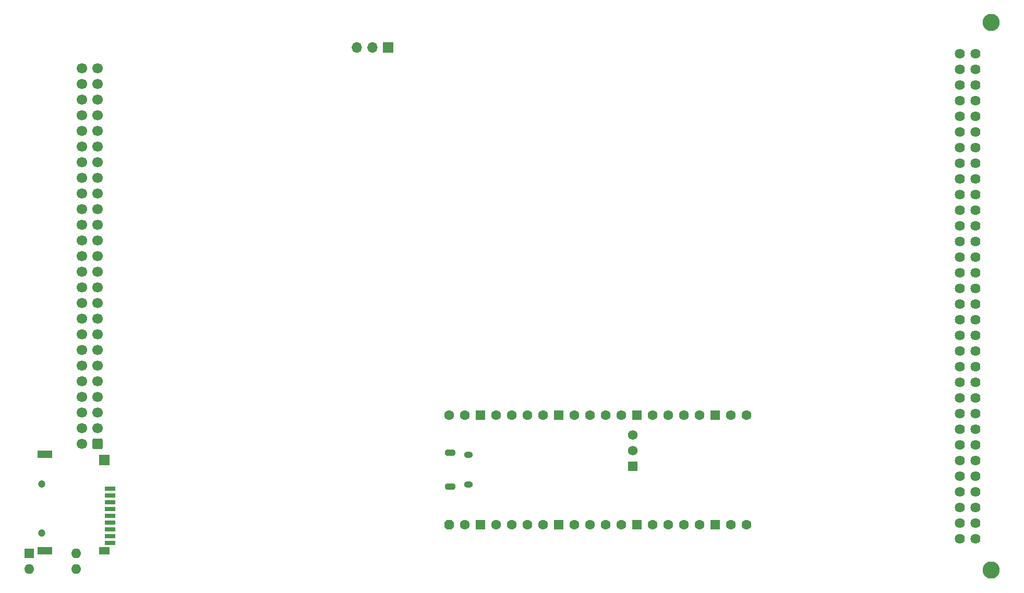
<source format=gbr>
%TF.GenerationSoftware,KiCad,Pcbnew,8.0.7*%
%TF.CreationDate,2024-12-24T20:08:54+01:00*%
%TF.ProjectId,Desktop_50_Pin_TopConn,4465736b-746f-4705-9f35-305f50696e5f,1.01*%
%TF.SameCoordinates,Original*%
%TF.FileFunction,Soldermask,Bot*%
%TF.FilePolarity,Negative*%
%FSLAX46Y46*%
G04 Gerber Fmt 4.6, Leading zero omitted, Abs format (unit mm)*
G04 Created by KiCad (PCBNEW 8.0.7) date 2024-12-24 20:08:54*
%MOMM*%
%LPD*%
G01*
G04 APERTURE LIST*
G04 Aperture macros list*
%AMRoundRect*
0 Rectangle with rounded corners*
0 $1 Rounding radius*
0 $2 $3 $4 $5 $6 $7 $8 $9 X,Y pos of 4 corners*
0 Add a 4 corners polygon primitive as box body*
4,1,4,$2,$3,$4,$5,$6,$7,$8,$9,$2,$3,0*
0 Add four circle primitives for the rounded corners*
1,1,$1+$1,$2,$3*
1,1,$1+$1,$4,$5*
1,1,$1+$1,$6,$7*
1,1,$1+$1,$8,$9*
0 Add four rect primitives between the rounded corners*
20,1,$1+$1,$2,$3,$4,$5,0*
20,1,$1+$1,$4,$5,$6,$7,0*
20,1,$1+$1,$6,$7,$8,$9,0*
20,1,$1+$1,$8,$9,$2,$3,0*%
%AMFreePoly0*
4,1,26,0.335306,0.780194,0.389950,0.741421,0.741421,0.389950,0.788777,0.314585,0.800000,0.248529,0.800000,-0.248529,0.780194,-0.335306,0.741421,-0.389950,0.389950,-0.741421,0.314585,-0.788777,0.248529,-0.800000,0.000000,-0.800000,-0.248529,-0.800000,-0.335306,-0.780194,-0.389950,-0.741421,-0.741421,-0.389950,-0.788777,-0.314585,-0.800000,-0.248529,-0.800000,0.248529,-0.780194,0.335306,
-0.741421,0.389950,-0.389950,0.741421,-0.314585,0.788777,-0.248529,0.800000,0.248529,0.800000,0.335306,0.780194,0.335306,0.780194,$1*%
G04 Aperture macros list end*
%ADD10RoundRect,0.250000X0.600000X0.600000X-0.600000X0.600000X-0.600000X-0.600000X0.600000X-0.600000X0*%
%ADD11C,1.700000*%
%ADD12C,2.794000*%
%ADD13C,1.625600*%
%ADD14R,1.600000X1.600000*%
%ADD15O,1.600000X1.600000*%
%ADD16R,1.700000X1.700000*%
%ADD17O,1.700000X1.700000*%
%ADD18O,1.800000X1.100000*%
%ADD19O,1.450000X1.050000*%
%ADD20FreePoly0,90.000000*%
%ADD21C,1.600000*%
%ADD22RoundRect,0.200000X0.600000X-0.600000X0.600000X0.600000X-0.600000X0.600000X-0.600000X-0.600000X0*%
%ADD23R,1.574800X1.574800*%
%ADD24C,1.574800*%
%ADD25C,1.200000*%
%ADD26R,1.700000X0.700000*%
%ADD27R,2.400000X1.300000*%
%ADD28R,1.700000X1.300000*%
%ADD29R,1.700000X1.800000*%
G04 APERTURE END LIST*
D10*
%TO.C,J2*%
X-7750000Y-69950000D03*
D11*
X-10290000Y-69950000D03*
X-7750000Y-67410000D03*
X-10290000Y-67410000D03*
X-7750000Y-64870000D03*
X-10290000Y-64870000D03*
X-7750000Y-62330000D03*
X-10290000Y-62330000D03*
X-7750000Y-59790000D03*
X-10290000Y-59790000D03*
X-7750000Y-57250000D03*
X-10290000Y-57250000D03*
X-7750000Y-54710000D03*
X-10290000Y-54710000D03*
X-7750000Y-52170000D03*
X-10290000Y-52170000D03*
X-7750000Y-49630000D03*
X-10290000Y-49630000D03*
X-7750000Y-47090000D03*
X-10290000Y-47090000D03*
X-7750000Y-44550000D03*
X-10290000Y-44550000D03*
X-7750000Y-42010000D03*
X-10290000Y-42010000D03*
X-7750000Y-39470000D03*
X-10290000Y-39470000D03*
X-7750000Y-36930000D03*
X-10290000Y-36930000D03*
X-7750000Y-34390000D03*
X-10290000Y-34390000D03*
X-7750000Y-31850000D03*
X-10290000Y-31850000D03*
X-7750000Y-29310000D03*
X-10290000Y-29310000D03*
X-7750000Y-26770000D03*
X-10290000Y-26770000D03*
X-7750000Y-24230000D03*
X-10290000Y-24230000D03*
X-7750000Y-21690000D03*
X-10290000Y-21690000D03*
X-7750000Y-19150000D03*
X-10290000Y-19150000D03*
X-7750000Y-16610000D03*
X-10290000Y-16610000D03*
X-7750000Y-14070000D03*
X-10290000Y-14070000D03*
X-7750000Y-11530000D03*
X-10290000Y-11530000D03*
X-7750000Y-8990000D03*
X-10290000Y-8990000D03*
%TD*%
D12*
%TO.C,J1*%
X137250000Y-1550000D03*
X137250000Y-90450000D03*
D13*
X134710000Y-6630000D03*
X134710000Y-9170000D03*
X134710000Y-11710000D03*
X134710000Y-14250000D03*
X134710000Y-16790000D03*
X134710000Y-19330000D03*
X134710000Y-21870000D03*
X134710000Y-24410000D03*
X134710000Y-26950000D03*
X134710000Y-29490000D03*
X134710000Y-32030000D03*
X134710000Y-34570000D03*
X134710000Y-37110000D03*
X134710000Y-39650000D03*
X134710000Y-42190000D03*
X134710000Y-44730000D03*
X134710000Y-47270000D03*
X134710000Y-49810000D03*
X134710000Y-52350000D03*
X134710000Y-54890000D03*
X134710000Y-57430000D03*
X134710000Y-59970000D03*
X134710000Y-62510000D03*
X134710000Y-65050000D03*
X134710000Y-67590000D03*
X134710000Y-70130000D03*
X134710000Y-72670000D03*
X134710000Y-75210000D03*
X134710000Y-77750000D03*
X134710000Y-80290000D03*
X134710000Y-82830000D03*
X134710000Y-85370000D03*
X132170000Y-6630000D03*
X132170000Y-9170000D03*
X132170000Y-11710000D03*
X132170000Y-14250000D03*
X132170000Y-16790000D03*
X132170000Y-19330000D03*
X132170000Y-21870000D03*
X132170000Y-24410000D03*
X132170000Y-26950000D03*
X132170000Y-29490000D03*
X132170000Y-32030000D03*
X132170000Y-34570000D03*
X132170000Y-37110000D03*
X132170000Y-39650000D03*
X132170000Y-42190000D03*
X132170000Y-44730000D03*
X132170000Y-47270000D03*
X132170000Y-49810000D03*
X132170000Y-52350000D03*
X132170000Y-54890000D03*
X132170000Y-57430000D03*
X132170000Y-59970000D03*
X132170000Y-62510000D03*
X132170000Y-65050000D03*
X132170000Y-67590000D03*
X132170000Y-70130000D03*
X132170000Y-72670000D03*
X132170000Y-75210000D03*
X132170000Y-77750000D03*
X132170000Y-80290000D03*
X132170000Y-82830000D03*
X132170000Y-85370000D03*
%TD*%
D14*
%TO.C,J13*%
X-18851000Y-87731000D03*
D15*
X-18851000Y-90271000D03*
X-11231000Y-90271000D03*
X-11231000Y-87731000D03*
%TD*%
D16*
%TO.C,J10*%
X39395200Y-5618200D03*
D17*
X36855200Y-5618200D03*
X34315200Y-5618200D03*
%TD*%
D18*
%TO.C,RP1*%
X49431200Y-76847000D03*
D19*
X52461200Y-76547000D03*
X52461200Y-71697000D03*
D18*
X49431200Y-71397000D03*
D20*
X49301200Y-83012000D03*
D21*
X51841200Y-83012000D03*
D22*
X54381200Y-83012000D03*
D21*
X56921200Y-83012000D03*
X59461200Y-83012000D03*
X62001200Y-83012000D03*
X64541200Y-83012000D03*
D22*
X67081200Y-83012000D03*
D21*
X69621200Y-83012000D03*
X72161200Y-83012000D03*
X74701200Y-83012000D03*
X77241200Y-83012000D03*
D22*
X79781200Y-83012000D03*
D21*
X82321200Y-83012000D03*
X84861200Y-83012000D03*
X87401200Y-83012000D03*
X89941200Y-83012000D03*
D22*
X92481200Y-83012000D03*
D21*
X95021200Y-83012000D03*
X97561200Y-83012000D03*
X97561200Y-65232000D03*
X95021200Y-65232000D03*
D22*
X92481200Y-65232000D03*
D21*
X89941200Y-65232000D03*
X87401200Y-65232000D03*
X84861200Y-65232000D03*
X82321200Y-65232000D03*
D22*
X79781200Y-65232000D03*
D21*
X77241200Y-65232000D03*
X74701200Y-65232000D03*
X72161200Y-65232000D03*
X69621200Y-65232000D03*
D22*
X67081200Y-65232000D03*
D21*
X64541200Y-65232000D03*
X62001200Y-65232000D03*
X59461200Y-65232000D03*
X56921200Y-65232000D03*
D22*
X54381200Y-65232000D03*
D21*
X51841200Y-65232000D03*
X49301200Y-65232000D03*
D23*
X79131200Y-73537800D03*
D24*
X79131200Y-70997800D03*
X79131200Y-68457800D03*
%TD*%
D25*
%TO.C,J4*%
X-16815000Y-84409000D03*
X-16815000Y-76409000D03*
D26*
X-5765000Y-77209000D03*
X-5765000Y-78309000D03*
X-5765000Y-79409000D03*
X-5765000Y-80509000D03*
X-5765000Y-81609000D03*
X-5765000Y-82709000D03*
X-5765000Y-83809000D03*
X-5765000Y-84909000D03*
X-5765000Y-86009000D03*
D27*
X-16315000Y-87259000D03*
D28*
X-6715000Y-87259000D03*
D29*
X-6715000Y-72509000D03*
D27*
X-16315000Y-71659000D03*
%TD*%
M02*

</source>
